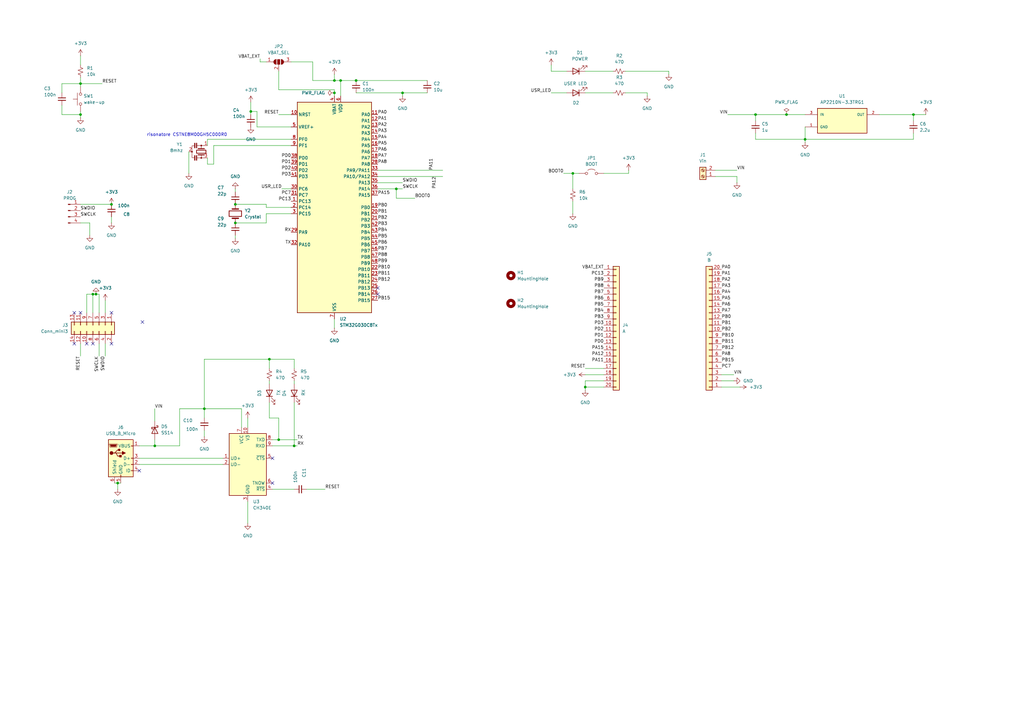
<source format=kicad_sch>
(kicad_sch (version 20250114) (generator "eeschema") (generator_version "9.0")
  (paper "A3")
  (lib_symbols
    (symbol "AP2210N-3.3TRG1:AP2210N-3.3TRG1" (pin_names (offset 1.016))
      (property "Reference" "U" (at -10.16 5.08 0))
      (property "Value" "AP2210N-3.3TRG1" (at -10.16 -7.62 0))
      (symbol "AP2210N-3.3TRG1_0_0"
        (pin power_in line (at -15.24 2.54 0) (length 5.08) (name "IN") (number "3"))
        (pin power_in line (at -15.24 -2.54 0) (length 5.08) (name "GND") (number "1"))
        (pin passive line (at 15.24 2.54 180) (length 5.08) (name "OUT") (number "2"))
      )
    )
    (symbol "Connector:Conn_01x04_Pin" (pin_names (offset 1.016) (hide yes))
      (property "Reference" "J" (at 0 5.08 0))
      (property "Value" "Conn_01x04_Pin" (at 0 -7.62 0))
      (symbol "Conn_01x04_Pin_1_1"
        (pin passive line (at 5.08 2.54 180) (length 3.81) (name "Pin_1") (number "1"))
        (pin passive line (at 5.08 0 180) (length 3.81) (name "Pin_2") (number "2"))
        (pin passive line (at 5.08 -2.54 180) (length 3.81) (name "Pin_3") (number "3"))
        (pin passive line (at 5.08 -5.08 180) (length 3.81) (name "Pin_4") (number "4"))
      )
    )
    (symbol "Connector:Screw_Terminal_01x02" (pin_names (offset 1.016) (hide yes))
      (property "Reference" "J" (at 0 2.54 0))
      (property "Value" "Screw_Terminal_01x02" (at 0 -5.08 0))
      (symbol "Screw_Terminal_01x02_1_1"
        (pin passive line (at -5.08 0 0) (length 3.81) (name "Pin_1") (number "1"))
        (pin passive line (at -5.08 -2.54 0) (length 3.81) (name "Pin_2") (number "2"))
      )
    )
    (symbol "Connector:USB_B_Micro" (pin_names (offset 1.016))
      (property "Reference" "J" (at -5.08 11.43 0))
      (property "Value" "USB_B_Micro" (at -5.08 8.89 0))
      (symbol "USB_B_Micro_1_1"
        (pin passive line (at -2.54 -10.16 90) (length 2.54) (name "Shield") (number "6"))
        (pin power_out line (at 0 -10.16 90) (length 2.54) (name "GND") (number "5"))
        (pin power_out line (at 7.62 5.08 180) (length 2.54) (name "VBUS") (number "1"))
        (pin bidirectional line (at 7.62 0 180) (length 2.54) (name "D+") (number "3"))
        (pin bidirectional line (at 7.62 -2.54 180) (length 2.54) (name "D-") (number "2"))
        (pin passive line (at 7.62 -5.08 180) (length 2.54) (name "ID") (number "4"))
      )
    )
    (symbol "Connector_Generic:Conn_01x20" (pin_names (offset 1.016) (hide yes))
      (property "Reference" "J" (at 0 25.4 0))
      (property "Value" "Conn_01x20" (at 0 -27.94 0))
      (symbol "Conn_01x20_1_1"
        (pin passive line (at -5.08 22.86 0) (length 3.81) (name "Pin_1") (number "1"))
        (pin passive line (at -5.08 20.32 0) (length 3.81) (name "Pin_2") (number "2"))
        (pin passive line (at -5.08 17.78 0) (length 3.81) (name "Pin_3") (number "3"))
        (pin passive line (at -5.08 15.24 0) (length 3.81) (name "Pin_4") (number "4"))
        (pin passive line (at -5.08 12.7 0) (length 3.81) (name "Pin_5") (number "5"))
        (pin passive line (at -5.08 10.16 0) (length 3.81) (name "Pin_6") (number "6"))
        (pin passive line (at -5.08 7.62 0) (length 3.81) (name "Pin_7") (number "7"))
        (pin passive line (at -5.08 5.08 0) (length 3.81) (name "Pin_8") (number "8"))
        (pin passive line (at -5.08 2.54 0) (length 3.81) (name "Pin_9") (number "9"))
        (pin passive line (at -5.08 0 0) (length 3.81) (name "Pin_10") (number "10"))
        (pin passive line (at -5.08 -2.54 0) (length 3.81) (name "Pin_11") (number "11"))
        (pin passive line (at -5.08 -5.08 0) (length 3.81) (name "Pin_12") (number "12"))
        (pin passive line (at -5.08 -7.62 0) (length 3.81) (name "Pin_13") (number "13"))
        (pin passive line (at -5.08 -10.16 0) (length 3.81) (name "Pin_14") (number "14"))
        (pin passive line (at -5.08 -12.7 0) (length 3.81) (name "Pin_15") (number "15"))
        (pin passive line (at -5.08 -15.24 0) (length 3.81) (name "Pin_16") (number "16"))
        (pin passive line (at -5.08 -17.78 0) (length 3.81) (name "Pin_17") (number "17"))
        (pin passive line (at -5.08 -20.32 0) (length 3.81) (name "Pin_18") (number "18"))
        (pin passive line (at -5.08 -22.86 0) (length 3.81) (name "Pin_19") (number "19"))
        (pin passive line (at -5.08 -25.4 0) (length 3.81) (name "Pin_20") (number "20"))
      )
    )
    (symbol "Connector_Generic:Conn_02x07_Odd_Even" (pin_names (offset 1.016) (hide yes))
      (property "Reference" "J" (at 1.27 10.16 0))
      (property "Value" "Conn_02x07_Odd_Even" (at 1.27 -10.16 0))
      (symbol "Conn_02x07_Odd_Even_1_1"
        (pin passive line (at -5.08 7.62 0) (length 3.81) (name "Pin_1") (number "1"))
        (pin passive line (at -5.08 5.08 0) (length 3.81) (name "Pin_3") (number "3"))
        (pin passive line (at -5.08 2.54 0) (length 3.81) (name "Pin_5") (number "5"))
        (pin passive line (at -5.08 0 0) (length 3.81) (name "Pin_7") (number "7"))
        (pin passive line (at -5.08 -2.54 0) (length 3.81) (name "Pin_9") (number "9"))
        (pin passive line (at -5.08 -5.08 0) (length 3.81) (name "Pin_11") (number "11"))
        (pin passive line (at -5.08 -7.62 0) (length 3.81) (name "Pin_13") (number "13"))
        (pin passive line (at 7.62 7.62 180) (length 3.81) (name "Pin_2") (number "2"))
        (pin passive line (at 7.62 5.08 180) (length 3.81) (name "Pin_4") (number "4"))
        (pin passive line (at 7.62 2.54 180) (length 3.81) (name "Pin_6") (number "6"))
        (pin passive line (at 7.62 0 180) (length 3.81) (name "Pin_8") (number "8"))
        (pin passive line (at 7.62 -2.54 180) (length 3.81) (name "Pin_10") (number "10"))
        (pin passive line (at 7.62 -5.08 180) (length 3.81) (name "Pin_12") (number "12"))
        (pin passive line (at 7.62 -7.62 180) (length 3.81) (name "Pin_14") (number "14"))
      )
    )
    (symbol "Device:C_Small" (pin_numbers (hide yes)) (pin_names (offset 0.254) (hide yes))
      (property "Reference" "C" (at 0.254 1.778 0))
      (property "Value" "C_Small" (at 0.254 -2.032 0))
      (symbol "C_Small_1_1"
        (pin passive line (at 0 2.54 270) (length 2.032) (name "~") (number "1"))
        (pin passive line (at 0 -2.54 90) (length 2.032) (name "~") (number "2"))
      )
    )
    (symbol "Device:Crystal" (pin_numbers (hide yes)) (pin_names (offset 1.016) (hide yes))
      (property "Reference" "Y" (at 0 3.81 0))
      (property "Value" "Crystal" (at 0 -3.81 0))
      (symbol "Crystal_1_1"
        (pin passive line (at -3.81 0 0) (length 1.27) (name "1") (number "1"))
        (pin passive line (at 3.81 0 180) (length 1.27) (name "2") (number "2"))
      )
    )
    (symbol "Device:LED" (pin_numbers (hide yes)) (pin_names (offset 1.016) (hide yes))
      (property "Reference" "D" (at 0 2.54 0))
      (property "Value" "LED" (at 0 -2.54 0))
      (symbol "LED_1_1"
        (pin passive line (at -3.81 0 0) (length 2.54) (name "K") (number "1"))
        (pin passive line (at 3.81 0 180) (length 2.54) (name "A") (number "2"))
      )
    )
    (symbol "Device:R_Small_US" (pin_numbers (hide yes)) (pin_names (offset 0.254) (hide yes))
      (property "Reference" "R" (at 0.762 0.508 0))
      (property "Value" "R_Small_US" (at 0.762 -1.016 0))
      (symbol "R_Small_US_1_1"
        (pin passive line (at 0 2.54 270) (length 1.016) (name "~") (number "1"))
        (pin passive line (at 0 -2.54 90) (length 1.016) (name "~") (number "2"))
      )
    )
    (symbol "Device:Resonator_Small" (pin_names (offset 1.016) (hide yes))
      (property "Reference" "Y" (at 3.175 1.905 0))
      (property "Value" "Resonator_Small" (at 3.175 0 0))
      (symbol "Resonator_Small_1_1"
        (pin passive line (at -2.54 2.54 270) (length 1.27) (name "1") (number "1"))
        (pin passive line (at 0 -5.08 90) (length 1.27) (name "2") (number "2"))
        (pin passive line (at 2.54 2.54 270) (length 1.27) (name "3") (number "3"))
      )
    )
    (symbol "Diode:SS14" (pin_numbers (hide yes)) (pin_names (offset 1.016) (hide yes))
      (property "Reference" "D" (at 0 2.54 0))
      (property "Value" "SS14" (at 0 -2.54 0))
      (symbol "SS14_1_1"
        (pin passive line (at -3.81 0 0) (length 2.54) (name "K") (number "1"))
        (pin passive line (at 3.81 0 180) (length 2.54) (name "A") (number "2"))
      )
    )
    (symbol "Interface_USB:CH340E"
      (property "Reference" "U" (at -5.08 13.97 0))
      (property "Value" "CH340E" (at 1.27 13.97 0))
      (symbol "CH340E_1_1"
        (pin bidirectional line (at -10.16 2.54 0) (length 2.54) (name "UD+") (number "1"))
        (pin bidirectional line (at -10.16 0 0) (length 2.54) (name "UD-") (number "2"))
        (pin power_in line (at -2.54 15.24 270) (length 2.54) (name "VCC") (number "7"))
        (pin power_out line (at 0 15.24 270) (length 2.54) (name "V3") (number "10"))
        (pin power_in line (at 0 -15.24 90) (length 2.54) (name "GND") (number "3"))
        (pin output line (at 10.16 10.16 180) (length 2.54) (name "TXD") (number "8"))
        (pin input line (at 10.16 7.62 180) (length 2.54) (name "RXD") (number "9"))
        (pin input line (at 10.16 2.54 180) (length 2.54) (name "~{CTS}") (number "5"))
        (pin output line (at 10.16 -7.62 180) (length 2.54) (name "TNOW") (number "6"))
        (pin output line (at 10.16 -10.16 180) (length 2.54) (name "~{RTS}") (number "4"))
      )
    )
    (symbol "Jumper:Jumper_2_Open" (pin_numbers (hide yes)) (pin_names (offset 0) (hide yes))
      (property "Reference" "JP" (at 0 2.794 0))
      (property "Value" "Jumper_2_Open" (at 0 -2.286 0))
      (symbol "Jumper_2_Open_1_1"
        (pin passive line (at -5.08 0 0) (length 2.54) (name "A") (number "1"))
        (pin passive line (at 5.08 0 180) (length 2.54) (name "B") (number "2"))
      )
    )
    (symbol "Jumper:SolderJumper_3_Open" (pin_names (offset 0) (hide yes)) (in_bom no)
      (property "Reference" "JP" (at -2.54 -2.54 0))
      (property "Value" "SolderJumper_3_Open" (at 0 2.794 0))
      (symbol "SolderJumper_3_Open_1_1"
        (pin passive line (at -5.08 0 0) (length 2.54) (name "A") (number "1"))
        (pin passive line (at 0 -3.81 90) (length 2.54) (name "C") (number "2"))
        (pin passive line (at 5.08 0 180) (length 2.54) (name "B") (number "3"))
      )
    )
    (symbol "MCU_ST_STM32G0:STM32G030C8Tx"
      (property "Reference" "U2" (at 2.1433 -45.72 0))
      (property "Value" "STM32G030C8Tx" (at 2.1433 -48.26 0))
      (symbol "STM32G030C8Tx_1_1"
        (pin input line (at -17.78 38.1 0) (length 2.54) (name "NRST") (number "10"))
        (pin input line (at -17.78 33.02 0) (length 2.54) (name "VREF+") (number "5"))
        (pin bidirectional line (at -17.78 27.94 0) (length 2.54) (name "PF0") (number "8"))
        (pin bidirectional line (at -17.78 25.4 0) (length 2.54) (name "PF1") (number "9"))
        (pin bidirectional line (at -17.78 20.32 0) (length 2.54) (name "PD0") (number "38"))
        (pin bidirectional line (at -17.78 17.78 0) (length 2.54) (name "PD1") (number "39"))
        (pin bidirectional line (at -17.78 15.24 0) (length 2.54) (name "PD2") (number "40"))
        (pin bidirectional line (at -17.78 12.7 0) (length 2.54) (name "PD3") (number "41"))
        (pin bidirectional line (at -17.78 7.62 0) (length 2.54) (name "PC6") (number "30"))
        (pin bidirectional line (at -17.78 5.08 0) (length 2.54) (name "PC7") (number "31"))
        (pin bidirectional line (at -17.78 2.54 0) (length 2.54) (name "PC13") (number "1"))
        (pin bidirectional line (at -17.78 0 0) (length 2.54) (name "PC14") (number "2"))
        (pin bidirectional line (at -17.78 -2.54 0) (length 2.54) (name "PC15") (number "3"))
        (pin bidirectional line (at -17.78 -10.16 0) (length 2.54) (name "PA9") (number "29"))
        (pin bidirectional line (at -17.78 -15.24 0) (length 2.54) (name "PA10") (number "32"))
        (pin no_connect line (at -15.24 -40.64 0) (length 2.54) (hide yes) (name "NC/PA10") (number "32"))
        (pin no_connect line (at -15.24 -43.18 0) (length 2.54) (hide yes) (name "NC/PA9") (number "29"))
        (pin power_in line (at 0 45.72 270) (length 2.54) (name "VBAT") (number "4"))
        (pin power_in line (at 0 -45.72 90) (length 2.54) (name "VSS") (number "7"))
        (pin power_in line (at 2.54 45.72 270) (length 2.54) (name "VDD") (number "6"))
        (pin bidirectional line (at 17.78 38.1 180) (length 2.54) (name "PA0") (number "11"))
        (pin bidirectional line (at 17.78 35.56 180) (length 2.54) (name "PA1") (number "12"))
        (pin bidirectional line (at 17.78 33.02 180) (length 2.54) (name "PA2") (number "13"))
        (pin bidirectional line (at 17.78 30.48 180) (length 2.54) (name "PA3") (number "14"))
        (pin bidirectional line (at 17.78 27.94 180) (length 2.54) (name "PA4") (number "15"))
        (pin bidirectional line (at 17.78 25.4 180) (length 2.54) (name "PA5") (number "16"))
        (pin bidirectional line (at 17.78 22.86 180) (length 2.54) (name "PA6") (number "17"))
        (pin bidirectional line (at 17.78 20.32 180) (length 2.54) (name "PA7") (number "18"))
        (pin bidirectional line (at 17.78 17.78 180) (length 2.54) (name "PA8") (number "28"))
        (pin bidirectional line (at 17.78 15.24 180) (length 2.54) (name "PA9/PA11") (number "33"))
        (pin bidirectional line (at 17.78 12.7 180) (length 2.54) (name "PA10/PA12") (number "34"))
        (pin bidirectional line (at 17.78 10.16 180) (length 2.54) (name "PA13") (number "35"))
        (pin bidirectional line (at 17.78 7.62 180) (length 2.54) (name "PA14") (number "36"))
        (pin bidirectional line (at 17.78 5.08 180) (length 2.54) (name "PA15") (number "37"))
        (pin bidirectional line (at 17.78 0 180) (length 2.54) (name "PB0") (number "19"))
        (pin bidirectional line (at 17.78 -2.54 180) (length 2.54) (name "PB1") (number "20"))
        (pin bidirectional line (at 17.78 -5.08 180) (length 2.54) (name "PB2") (number "21"))
        (pin bidirectional line (at 17.78 -7.62 180) (length 2.54) (name "PB3") (number "42"))
        (pin bidirectional line (at 17.78 -10.16 180) (length 2.54) (name "PB4") (number "43"))
        (pin bidirectional line (at 17.78 -12.7 180) (length 2.54) (name "PB5") (number "44"))
        (pin bidirectional line (at 17.78 -15.24 180) (length 2.54) (name "PB6") (number "45"))
        (pin bidirectional line (at 17.78 -17.78 180) (length 2.54) (name "PB7") (number "46"))
        (pin bidirectional line (at 17.78 -20.32 180) (length 2.54) (name "PB8") (number "47"))
        (pin bidirectional line (at 17.78 -22.86 180) (length 2.54) (name "PB9") (number "48"))
        (pin bidirectional line (at 17.78 -25.4 180) (length 2.54) (name "PB10") (number "22"))
        (pin bidirectional line (at 17.78 -27.94 180) (length 2.54) (name "PB11") (number "23"))
        (pin bidirectional line (at 17.78 -30.48 180) (length 2.54) (name "PB12") (number "24"))
        (pin bidirectional line (at 17.78 -33.02 180) (length 2.54) (name "PB13") (number "25"))
        (pin bidirectional line (at 17.78 -35.56 180) (length 2.54) (name "PB14") (number "26"))
        (pin bidirectional line (at 17.78 -38.1 180) (length 2.54) (name "PB15") (number "27"))
      )
    )
    (symbol "Mechanical:MountingHole" (pin_names (offset 1.016)) (in_bom no)
      (property "Reference" "H" (at 0 5.08 0))
      (property "Value" "MountingHole" (at 0 3.175 0))
    )
    (symbol "Switch:SW_Push" (pin_numbers (hide yes)) (pin_names (offset 1.016) (hide yes))
      (property "Reference" "SW" (at 1.27 2.54 0))
      (property "Value" "SW_Push" (at 0 -1.524 0))
      (symbol "SW_Push_0_1"
        (pin passive line (at -5.08 0 0) (length 2.54) (name "1") (number "1"))
        (pin passive line (at 5.08 0 180) (length 2.54) (name "2") (number "2"))
      )
    )
    (symbol "power:+3V3" (power) (pin_numbers (hide yes)) (pin_names (offset 0) (hide yes))
      (property "Value" "+3V3" (at 0 3.556 0))
      (symbol "+3V3_1_1"
        (pin power_in line (at 0 0 90) (length 0) (name "~") (number "1"))
      )
    )
    (symbol "power:GND" (power) (pin_numbers (hide yes)) (pin_names (offset 0) (hide yes))
      (property "Value" "GND" (at 0 -3.81 0))
      (symbol "GND_1_1"
        (pin power_in line (at 0 0 270) (length 0) (name "~") (number "1"))
      )
    )
    (symbol "power:PWR_FLAG" (power) (pin_numbers (hide yes)) (pin_names (offset 0) (hide yes))
      (property "Value" "PWR_FLAG" (at 0 3.81 0))
      (symbol "PWR_FLAG_0_0"
        (pin power_out line (at 0 0 90) (length 0) (name "~") (number "1"))
      )
    )
  )
  (text "risonatore CSTNE8M00GH5C000R0\n" (at 76.708 55.372 0) (effects (font (size 1.27 1.27))))
  (junction (at 96.52 91.44))
  (junction (at 146.05 33.02))
  (junction (at 309.88 46.99))
  (junction (at 374.65 46.99))
  (junction (at 240.03 158.75))
  (junction (at 48.26 198.12))
  (junction (at 110.49 147.32))
  (junction (at 137.16 38.1))
  (junction (at 33.02 46.99))
  (junction (at 63.5 182.88))
  (junction (at 102.87 45.72))
  (junction (at 120.65 182.88))
  (junction (at 38.1 120.65))
  (junction (at 33.02 34.29))
  (junction (at 137.16 33.02))
  (junction (at 330.2 57.15))
  (junction (at 162.56 77.47))
  (junction (at 39.37 120.65))
  (junction (at 139.7 33.02))
  (junction (at 234.95 71.12))
  (junction (at 165.1 38.1))
  (junction (at 114.3 180.34))
  (junction (at 83.82 167.64))
  (junction (at 322.58 46.99))
  (junction (at 96.52 83.82))
  (junction (at 45.72 83.82))
  (no_connect (at 30.48 140.97))
  (no_connect (at 58.42 132.08))
  (no_connect (at 30.48 128.27))
  (no_connect (at 111.76 187.96))
  (no_connect (at 33.02 128.27))
  (no_connect (at 38.1 140.97))
  (no_connect (at 45.72 140.97))
  (no_connect (at 45.72 128.27))
  (no_connect (at 154.94 120.65))
  (no_connect (at 57.15 193.04))
  (no_connect (at 35.56 140.97))
  (no_connect (at 111.76 198.12))
  (no_connect (at 154.94 118.11))
  (wire (pts (xy 83.82 176.53) (xy 83.82 179.07)))
  (wire (pts (xy 240.03 158.75) (xy 240.03 160.02)))
  (wire (pts (xy 33.02 34.29) (xy 33.02 35.56)))
  (wire (pts (xy 35.56 120.65) (xy 38.1 120.65)))
  (wire (pts (xy 111.76 182.88) (xy 120.65 182.88)))
  (wire (pts (xy 57.15 187.96) (xy 91.44 187.96)))
  (wire (pts (xy 125.73 200.66) (xy 133.35 200.66)))
  (wire (pts (xy 137.16 38.1) (xy 137.16 39.37)))
  (wire (pts (xy 293.37 72.39) (xy 302.26 72.39)))
  (wire (pts (xy 33.02 83.82) (xy 45.72 83.82)))
  (wire (pts (xy 128.27 33.02) (xy 137.16 33.02)))
  (wire (pts (xy 73.66 167.64) (xy 83.82 167.64)))
  (wire (pts (xy 110.49 156.21) (xy 110.49 157.48)))
  (wire (pts (xy 25.4 34.29) (xy 33.02 34.29)))
  (wire (pts (xy 57.15 190.5) (xy 91.44 190.5)))
  (wire (pts (xy 33.02 91.44) (xy 36.83 91.44)))
  (wire (pts (xy 33.02 34.29) (xy 41.91 34.29)))
  (wire (pts (xy 73.66 167.64) (xy 73.66 182.88)))
  (wire (pts (xy 302.26 72.39) (xy 302.26 74.93)))
  (wire (pts (xy 137.16 36.83) (xy 137.16 38.1)))
  (wire (pts (xy 45.72 88.9) (xy 45.72 91.44)))
  (wire (pts (xy 265.43 38.1) (xy 256.54 38.1)))
  (wire (pts (xy 128.27 25.4) (xy 128.27 33.02)))
  (wire (pts (xy 85.09 64.77) (xy 85.09 67.31)))
  (wire (pts (xy 101.6 205.74) (xy 101.6 214.63)))
  (wire (pts (xy 33.02 31.75) (xy 33.02 34.29)))
  (wire (pts (xy 99.06 167.64) (xy 99.06 175.26)))
  (wire (pts (xy 139.7 33.02) (xy 146.05 33.02)))
  (wire (pts (xy 25.4 38.1) (xy 25.4 34.29)))
  (wire (pts (xy 165.1 38.1) (xy 175.26 38.1)))
  (wire (pts (xy 101.6 171.45) (xy 101.6 175.26)))
  (wire (pts (xy 87.63 59.69) (xy 119.38 59.69)))
  (wire (pts (xy 162.56 77.47) (xy 165.1 77.47)))
  (wire (pts (xy 115.57 77.47) (xy 119.38 77.47)))
  (wire (pts (xy 109.22 87.63) (xy 109.22 91.44)))
  (wire (pts (xy 137.16 33.02) (xy 139.7 33.02)))
  (wire (pts (xy 87.63 59.69) (xy 87.63 67.31)))
  (wire (pts (xy 83.82 147.32) (xy 83.82 167.64)))
  (wire (pts (xy 293.37 69.85) (xy 302.26 69.85)))
  (wire (pts (xy 247.65 156.21) (xy 240.03 156.21)))
  (wire (pts (xy 322.58 46.99) (xy 330.2 46.99)))
  (wire (pts (xy 120.65 165.1) (xy 120.65 182.88)))
  (wire (pts (xy 38.1 120.65) (xy 39.37 120.65)))
  (wire (pts (xy 33.02 140.97) (xy 33.02 146.05)))
  (wire (pts (xy 106.68 24.13) (xy 106.68 25.4)))
  (wire (pts (xy 139.7 33.02) (xy 139.7 39.37)))
  (wire (pts (xy 111.76 200.66) (xy 120.65 200.66)))
  (wire (pts (xy 102.87 45.72) (xy 102.87 41.91)))
  (wire (pts (xy 120.65 156.21) (xy 120.65 157.48)))
  (wire (pts (xy 119.38 52.07) (xy 105.41 52.07)))
  (wire (pts (xy 265.43 39.37) (xy 265.43 38.1)))
  (wire (pts (xy 234.95 82.55) (xy 234.95 87.63)))
  (wire (pts (xy 119.38 87.63) (xy 109.22 87.63)))
  (wire (pts (xy 85.09 57.15) (xy 119.38 57.15)))
  (wire (pts (xy 120.65 182.88) (xy 121.92 182.88)))
  (wire (pts (xy 309.88 46.99) (xy 322.58 46.99)))
  (wire (pts (xy 48.26 198.12) (xy 49.53 198.12)))
  (wire (pts (xy 240.03 153.67) (xy 247.65 153.67)))
  (wire (pts (xy 43.18 140.97) (xy 43.18 146.05)))
  (wire (pts (xy 137.16 36.83) (xy 114.3 36.83)))
  (wire (pts (xy 226.06 38.1) (xy 232.41 38.1)))
  (wire (pts (xy 38.1 128.27) (xy 38.1 120.65)))
  (wire (pts (xy 309.88 54.61) (xy 309.88 57.15)))
  (wire (pts (xy 234.95 71.12) (xy 237.49 71.12)))
  (wire (pts (xy 46.99 198.12) (xy 48.26 198.12)))
  (wire (pts (xy 114.3 171.45) (xy 114.3 180.34)))
  (wire (pts (xy 330.2 52.07) (xy 330.2 57.15)))
  (wire (pts (xy 226.06 29.21) (xy 226.06 26.67)))
  (wire (pts (xy 295.91 158.75) (xy 303.53 158.75)))
  (wire (pts (xy 295.91 156.21) (xy 300.99 156.21)))
  (wire (pts (xy 162.56 81.28) (xy 170.18 81.28)))
  (wire (pts (xy 309.88 46.99) (xy 309.88 49.53)))
  (wire (pts (xy 110.49 165.1) (xy 110.49 171.45)))
  (wire (pts (xy 330.2 57.15) (xy 330.2 58.42)))
  (wire (pts (xy 114.3 36.83) (xy 114.3 29.21)))
  (wire (pts (xy 102.87 45.72) (xy 102.87 46.99)))
  (wire (pts (xy 165.1 38.1) (xy 165.1 39.37)))
  (wire (pts (xy 162.56 77.47) (xy 162.56 81.28)))
  (wire (pts (xy 374.65 46.99) (xy 379.73 46.99)))
  (wire (pts (xy 110.49 171.45) (xy 114.3 171.45)))
  (wire (pts (xy 114.3 180.34) (xy 121.92 180.34)))
  (wire (pts (xy 57.15 182.88) (xy 63.5 182.88)))
  (wire (pts (xy 146.05 33.02) (xy 175.26 33.02)))
  (wire (pts (xy 146.05 38.1) (xy 165.1 38.1)))
  (wire (pts (xy 40.64 140.97) (xy 40.64 146.05)))
  (wire (pts (xy 330.2 57.15) (xy 374.65 57.15)))
  (wire (pts (xy 33.02 45.72) (xy 33.02 46.99)))
  (wire (pts (xy 309.88 57.15) (xy 330.2 57.15)))
  (wire (pts (xy 120.65 147.32) (xy 120.65 151.13)))
  (wire (pts (xy 48.26 198.12) (xy 48.26 200.66)))
  (wire (pts (xy 154.94 69.85) (xy 181.61 69.85)))
  (wire (pts (xy 109.22 85.09) (xy 109.22 83.82)))
  (wire (pts (xy 43.18 123.19) (xy 43.18 128.27)))
  (wire (pts (xy 240.03 151.13) (xy 247.65 151.13)))
  (wire (pts (xy 110.49 147.32) (xy 120.65 147.32)))
  (wire (pts (xy 114.3 46.99) (xy 119.38 46.99)))
  (wire (pts (xy 87.63 67.31) (xy 85.09 67.31)))
  (wire (pts (xy 257.81 71.12) (xy 257.81 69.85)))
  (wire (pts (xy 85.09 57.15) (xy 85.09 59.69)))
  (wire (pts (xy 137.16 30.48) (xy 137.16 33.02)))
  (wire (pts (xy 35.56 128.27) (xy 35.56 120.65)))
  (wire (pts (xy 298.45 46.99) (xy 309.88 46.99)))
  (wire (pts (xy 25.4 46.99) (xy 25.4 43.18)))
  (wire (pts (xy 240.03 38.1) (xy 251.46 38.1)))
  (wire (pts (xy 40.64 120.65) (xy 40.64 128.27)))
  (wire (pts (xy 256.54 29.21) (xy 274.32 29.21)))
  (wire (pts (xy 110.49 151.13) (xy 110.49 147.32)))
  (wire (pts (xy 83.82 167.64) (xy 99.06 167.64)))
  (wire (pts (xy 63.5 167.64) (xy 63.5 172.72)))
  (wire (pts (xy 110.49 147.32) (xy 83.82 147.32)))
  (wire (pts (xy 33.02 46.99) (xy 33.02 48.26)))
  (wire (pts (xy 109.22 83.82) (xy 96.52 83.82)))
  (wire (pts (xy 295.91 153.67) (xy 300.99 153.67)))
  (wire (pts (xy 105.41 52.07) (xy 105.41 45.72)))
  (wire (pts (xy 63.5 182.88) (xy 63.5 180.34)))
  (wire (pts (xy 77.47 62.23) (xy 77.47 71.12)))
  (wire (pts (xy 374.65 46.99) (xy 374.65 49.53)))
  (wire (pts (xy 232.41 29.21) (xy 226.06 29.21)))
  (wire (pts (xy 240.03 29.21) (xy 251.46 29.21)))
  (wire (pts (xy 40.64 120.65) (xy 39.37 120.65)))
  (wire (pts (xy 274.32 29.21) (xy 274.32 30.48)))
  (wire (pts (xy 231.14 71.12) (xy 234.95 71.12)))
  (wire (pts (xy 109.22 25.4) (xy 106.68 25.4)))
  (wire (pts (xy 111.76 180.34) (xy 114.3 180.34)))
  (wire (pts (xy 96.52 77.47) (xy 96.52 78.74)))
  (wire (pts (xy 33.02 46.99) (xy 25.4 46.99)))
  (wire (pts (xy 83.82 167.64) (xy 83.82 171.45)))
  (wire (pts (xy 240.03 158.75) (xy 247.65 158.75)))
  (wire (pts (xy 360.68 46.99) (xy 374.65 46.99)))
  (wire (pts (xy 154.94 72.39) (xy 181.61 72.39)))
  (wire (pts (xy 36.83 91.44) (xy 36.83 96.52)))
  (wire (pts (xy 96.52 96.52) (xy 96.52 97.79)))
  (wire (pts (xy 105.41 45.72) (xy 102.87 45.72)))
  (wire (pts (xy 154.94 74.93) (xy 165.1 74.93)))
  (wire (pts (xy 119.38 25.4) (xy 128.27 25.4)))
  (wire (pts (xy 137.16 130.81) (xy 137.16 134.62)))
  (wire (pts (xy 73.66 182.88) (xy 63.5 182.88)))
  (wire (pts (xy 109.22 91.44) (xy 96.52 91.44)))
  (wire (pts (xy 240.03 156.21) (xy 240.03 158.75)))
  (wire (pts (xy 247.65 71.12) (xy 257.81 71.12)))
  (wire (pts (xy 154.94 77.47) (xy 162.56 77.47)))
  (wire (pts (xy 374.65 57.15) (xy 374.65 54.61)))
  (wire (pts (xy 33.02 22.86) (xy 33.02 26.67)))
  (wire (pts (xy 119.38 85.09) (xy 109.22 85.09)))
  (wire (pts (xy 234.95 71.12) (xy 234.95 77.47)))
  (label "RESET" (at 114.3 46.99 180))
  (label "PA8" (at 295.91 146.05 0))
  (label "PA8" (at 154.94 67.31 0))
  (label "VBAT_EXT" (at 247.65 110.49 180))
  (label "PA5" (at 154.94 59.69 0))
  (label "PB10" (at 295.91 138.43 0))
  (label "PD0" (at 247.65 140.97 180))
  (label "PC7" (at 295.91 151.13 0))
  (label "PA15" (at 247.65 143.51 180))
  (label "PA4" (at 154.94 57.15 0))
  (label "PB11" (at 295.91 140.97 0))
  (label "USR_LED" (at 226.06 38.1 180))
  (label "PC13" (at 247.65 113.03 180))
  (label "PD0" (at 119.38 64.77 180))
  (label "PC13" (at 119.38 82.55 180))
  (label "PB15" (at 154.94 123.19 0))
  (label "PA15" (at 154.94 80.01 0))
  (label "RX" (at 119.38 95.25 180))
  (label "PB9" (at 247.65 115.57 180))
  (label "SWCLK" (at 40.64 146.05 270))
  (label "PA0" (at 154.94 46.99 0))
  (label "VIN" (at 63.5 167.64 0))
  (label "PA11" (at 247.65 148.59 180))
  (label "PD1" (at 119.38 67.31 180))
  (label "PA11" (at 177.8 69.85 90))
  (label "VIN" (at 302.26 69.85 0))
  (label "PA4" (at 295.91 120.65 0))
  (label "PD2" (at 247.65 135.89 180))
  (label "PB8" (at 247.65 118.11 180))
  (label "PA6" (at 295.91 125.73 0))
  (label "PB0" (at 154.94 85.09 0))
  (label "PA1" (at 154.94 49.53 0))
  (label "PA1" (at 295.91 113.03 0))
  (label "PA3" (at 154.94 54.61 0))
  (label "PB5" (at 154.94 97.79 0))
  (label "PB4" (at 247.65 128.27 180))
  (label "RX" (at 121.92 182.88 0))
  (label "PB1" (at 154.94 87.63 0))
  (label "PA7" (at 154.94 64.77 0))
  (label "PA12" (at 247.65 146.05 180))
  (label "PB12" (at 154.94 115.57 0))
  (label "PB3" (at 154.94 92.71 0))
  (label "PD2" (at 119.38 69.85 180))
  (label "TX" (at 121.92 180.34 0))
  (label "PB0" (at 295.91 130.81 0))
  (label "TX" (at 119.38 100.33 180))
  (label "PC7" (at 119.38 80.01 180))
  (label "PB5" (at 247.65 125.73 180))
  (label "PD3" (at 247.65 133.35 180))
  (label "SWDIO" (at 165.1 74.93 0))
  (label "PB12" (at 295.91 143.51 0))
  (label "BOOT0" (at 170.18 81.28 0))
  (label "PA7" (at 295.91 128.27 0))
  (label "PB9" (at 154.94 107.95 0))
  (label "PB10" (at 154.94 110.49 0))
  (label "PA0" (at 295.91 110.49 0))
  (label "PA2" (at 295.91 115.57 0))
  (label "RESET" (at 240.03 151.13 180))
  (label "RESET" (at 133.35 200.66 0))
  (label "SWCLK" (at 33.02 88.9 0))
  (label "RESET" (at 41.91 34.29 0))
  (label "PA12" (at 179.07 72.39 270))
  (label "PB7" (at 247.65 120.65 180))
  (label "SWDIO" (at 33.02 86.36 0))
  (label "USR_LED" (at 115.57 77.47 180))
  (label "PA6" (at 154.94 62.23 0))
  (label "SWCLK" (at 165.1 77.47 0))
  (label "PA2" (at 154.94 52.07 0))
  (label "VIN" (at 300.99 153.67 0))
  (label "PB2" (at 295.91 135.89 0))
  (label "PB2" (at 154.94 90.17 0))
  (label "PD1" (at 247.65 138.43 180))
  (label "SWDIO" (at 43.18 146.05 270))
  (label "PB4" (at 154.94 95.25 0))
  (label "PB1" (at 295.91 133.35 0))
  (label "PB8" (at 154.94 105.41 0))
  (label "VIN" (at 298.45 46.99 180))
  (label "PA3" (at 295.91 118.11 0))
  (label "PB6" (at 247.65 123.19 180))
  (label "PD3" (at 119.38 72.39 180))
  (label "PB7" (at 154.94 102.87 0))
  (label "VBAT_EXT" (at 106.68 24.13 180))
  (label "PB15" (at 295.91 148.59 0))
  (label "PB3" (at 247.65 130.81 180))
  (label "PB11" (at 154.94 113.03 0))
  (label "BOOT0" (at 231.14 71.12 180))
  (label "PA5" (at 295.91 123.19 0))
  (label "RESET" (at 33.02 146.05 270))
  (label "PB6" (at 154.94 100.33 0))
  (symbol (lib_id "power:GND") (at 274.32 30.48 0) (unit 1)
    (property "Reference" "#PWR04" (effects (hide yes)))
    (property "Value" "GND" (at 274.32 35.56 0))
    (property "Description" "Power symbol creates a global label with name \"GND\" , ground" (effects (hide yes)))
  )
  (symbol (lib_id "Device:R_Small_US") (at 120.65 153.67 0) (unit 1)
    (property "Reference" "R5" (at 123.19 152.3999 0) (effects (justify left)))
    (property "Value" "470" (at 123.19 154.9399 0) (effects (justify left)))
    (property "Footprint" "Resistor_SMD:R_0603_1608Metric" (effects (hide yes)))
    (property "Description" "Resistor, small US symbol" (effects (hide yes)))
  )
  (symbol (lib_id "Device:Crystal") (at 96.52 87.63 90) (unit 1)
    (property "Reference" "Y2" (at 100.33 86.3599 90) (effects (justify right)))
    (property "Value" "Crystal" (at 100.33 88.8999 90) (effects (justify right)))
    (property "Footprint" "ABS09_32_768KHZ_T:XTAL_ABS09-32.768KHZ-T" (effects (hide yes)))
    (property "Description" "Two pin crystal" (effects (hide yes)))
  )
  (symbol (lib_id "power:+3V3") (at 43.18 123.19 0) (unit 1)
    (property "Reference" "#PWR021" (effects (hide yes)))
    (property "Value" "+3V3" (at 43.18 118.11 0))
    (property "Description" "Power symbol creates a global label with name \"+3V3\"" (effects (hide yes)))
  )
  (symbol (lib_id "power:GND") (at 300.99 156.21 90) (unit 1)
    (property "Reference" "#PWR024" (effects (hide yes)))
    (property "Value" "GND" (at 304.8 156.2099 90) (effects (justify right)))
    (property "Description" "Power symbol creates a global label with name \"GND\" , ground" (effects (hide yes)))
  )
  (symbol (lib_id "Device:LED") (at 110.49 161.29 90) (unit 1)
    (property "Reference" "D3" (at 106.426 161.29 0))
    (property "Value" "TX" (at 114.3 161.036 0))
    (property "Footprint" "LED_SMD:LED_0603_1608Metric" (effects (hide yes)))
    (property "Description" "Light emitting diode" (effects (hide yes)))
    (property "Sim.Pins" "1=K 2=A" (effects (hide yes)))
  )
  (symbol (lib_id "power:GND") (at 45.72 91.44 0) (unit 1)
    (property "Reference" "#PWR017" (effects (hide yes)))
    (property "Value" "GND" (at 45.72 96.52 0))
    (property "Description" "Power symbol creates a global label with name \"GND\" , ground" (effects (hide yes)))
  )
  (symbol (lib_id "power:GND") (at 240.03 160.02 0) (unit 1)
    (property "Reference" "#PWR026" (effects (hide yes)))
    (property "Value" "GND" (at 240.03 165.1 0))
    (property "Description" "Power symbol creates a global label with name \"GND\" , ground" (effects (hide yes)))
  )
  (symbol (lib_id "power:GND") (at 77.47 71.12 0) (unit 1)
    (property "Reference" "#PWR013" (effects (hide yes)))
    (property "Value" "GND" (at 77.47 76.2 0))
    (property "Description" "Power symbol creates a global label with name \"GND\" , ground" (effects (hide yes)))
  )
  (symbol (lib_id "power:+3V3") (at 257.81 69.85 0) (unit 1)
    (property "Reference" "#PWR012" (effects (hide yes)))
    (property "Value" "+3V3" (at 257.81 64.77 0))
    (property "Description" "Power symbol creates a global label with name \"+3V3\"" (effects (hide yes)))
  )
  (symbol (lib_id "Device:C_Small") (at 146.05 35.56 0) (unit 1)
    (property "Reference" "C1" (at 148.59 34.2962 0) (effects (justify left)))
    (property "Value" "100n" (at 148.59 36.8362 0) (effects (justify left)))
    (property "Footprint" "Capacitor_SMD:C_0603_1608Metric" (effects (hide yes)))
    (property "Description" "Unpolarized capacitor, small symbol" (effects (hide yes)))
  )
  (symbol (lib_id "Device:R_Small_US") (at 254 38.1 90) (unit 1)
    (property "Reference" "R3" (at 254 31.75 90))
    (property "Value" "470" (at 254 34.29 90))
    (property "Footprint" "Resistor_SMD:R_0603_1608Metric" (effects (hide yes)))
    (property "Description" "Resistor, small US symbol" (effects (hide yes)))
  )
  (symbol (lib_id "MCU_ST_STM32G0:STM32G030C8Tx") (at 137.16 85.09 0) (unit 1)
    (property "Reference" "U2" (at 139.3033 130.81 0) (effects (justify left)))
    (property "Value" "STM32G030C8Tx" (at 139.3033 133.35 0) (effects (justify left)))
    (property "Footprint" "Package_QFP:LQFP-48_7x7mm_P0.5mm" (effects (hide yes)))
    (property "Datasheet" "https://www.st.com/resource/en/datasheet/stm32g030c8.pdf" (effects (hide yes)))
    (property "Description" "STMicroelectronics Arm Cortex-M0+ MCU, 64KB flash, 8KB RAM, 64 MHz, 2.0-3.6V, 43 GPIO, LQFP48" (effects (hide yes)))
  )
  (symbol (lib_id "power:+3V3") (at 45.72 83.82 0) (unit 1)
    (property "Reference" "#PWR016" (effects (hide yes)))
    (property "Value" "+3V3" (at 45.72 78.74 0))
    (property "Description" "Power symbol creates a global label with name \"+3V3\"" (effects (hide yes)))
  )
  (symbol (lib_id "Device:C_Small") (at 45.72 86.36 0) (unit 1)
    (property "Reference" "C8" (at 50.546 87.884 0) (effects (justify left)))
    (property "Value" "100n" (at 48.26 84.328 0) (effects (justify left)))
    (property "Footprint" "Capacitor_SMD:C_0603_1608Metric" (effects (hide yes)))
    (property "Description" "Unpolarized capacitor, small symbol" (effects (hide yes)))
  )
  (symbol (lib_id "Connector_Generic:Conn_01x20") (at 252.73 133.35 0) (unit 1)
    (property "Reference" "J4" (at 255.27 133.3499 0) (effects (justify left)))
    (property "Value" "A" (at 255.27 135.8899 0) (effects (justify left)))
    (property "Footprint" "Connector_PinHeader_2.54mm:PinHeader_1x20_P2.54mm_Vertical" (effects (hide yes)))
    (property "Description" "Generic connector, single row, 01x20, script generated (kicad-library-utils/schlib/autogen/connector/)" (effects (hide yes)))
  )
  (symbol (lib_id "Connector:USB_B_Micro") (at 49.53 187.96 0) (unit 1)
    (property "Reference" "J6" (at 49.53 175.26 0))
    (property "Value" "USB_B_Micro" (at 49.53 177.8 0))
    (property "Footprint" "Connector_USB:USB_Micro-B_Molex-105017-0001" (effects (hide yes)))
    (property "Description" "USB Micro Type B connector" (effects (hide yes)))
  )
  (symbol (lib_id "power:+3V3") (at 379.73 46.99 0) (unit 1)
    (property "Reference" "#PWR08" (effects (hide yes)))
    (property "Value" "+3V3" (at 379.73 41.91 0))
    (property "Description" "Power symbol creates a global label with name \"+3V3\"" (effects (hide yes)))
  )
  (symbol (lib_id "power:GND") (at 39.37 120.65 180) (unit 1)
    (property "Reference" "#PWR020" (effects (hide yes)))
    (property "Value" "GND" (at 39.37 115.57 0))
    (property "Description" "Power symbol creates a global label with name \"GND\" , ground" (effects (hide yes)))
  )
  (symbol (lib_id "Device:R_Small_US") (at 110.49 153.67 0) (unit 1)
    (property "Reference" "R4" (at 113.03 152.3999 0) (effects (justify left)))
    (property "Value" "470" (at 113.03 154.9399 0) (effects (justify left)))
    (property "Footprint" "Resistor_SMD:R_0603_1608Metric" (effects (hide yes)))
    (property "Description" "Resistor, small US symbol" (effects (hide yes)))
  )
  (symbol (lib_id "power:GND") (at 137.16 134.62 0) (unit 1)
    (property "Reference" "#PWR022" (effects (hide yes)))
    (property "Value" "GND" (at 137.16 139.7 0))
    (property "Description" "Power symbol creates a global label with name \"GND\" , ground" (effects (hide yes)))
  )
  (symbol (lib_id "power:GND") (at 330.2 58.42 0) (unit 1)
    (property "Reference" "#PWR011" (effects (hide yes)))
    (property "Value" "GND" (at 330.2 63.5 0))
    (property "Description" "Power symbol creates a global label with name \"GND\" , ground" (effects (hide yes)))
  )
  (symbol (lib_id "power:+3V3") (at 102.87 41.91 0) (unit 1)
    (property "Reference" "#PWR07" (effects (hide yes)))
    (property "Value" "+3V3" (at 102.87 36.83 0))
    (property "Description" "Power symbol creates a global label with name \"+3V3\"" (effects (hide yes)))
  )
  (symbol (lib_id "Connector:Conn_01x04_Pin") (at 27.94 86.36 0) (unit 1)
    (property "Reference" "J2" (at 28.575 78.74 0))
    (property "Value" "PROG" (at 28.575 81.28 0))
    (property "Footprint" "Connector_PinHeader_2.00mm:PinHeader_1x04_P2.00mm_Vertical" (effects (hide yes)))
    (property "Description" "Generic connector, single row, 01x04, script generated" (effects (hide yes)))
  )
  (symbol (lib_id "power:GND") (at 101.6 214.63 0) (unit 1)
    (property "Reference" "#PWR030" (effects (hide yes)))
    (property "Value" "GND" (at 101.6 219.71 0))
    (property "Description" "Power symbol creates a global label with name \"GND\" , ground" (effects (hide yes)))
  )
  (symbol (lib_id "Device:LED") (at 120.65 161.29 90) (unit 1)
    (property "Reference" "D4" (at 116.586 161.29 0))
    (property "Value" "RX" (at 124.46 161.036 0))
    (property "Footprint" "LED_SMD:LED_0603_1608Metric" (effects (hide yes)))
    (property "Description" "Light emitting diode" (effects (hide yes)))
    (property "Sim.Pins" "1=K 2=A" (effects (hide yes)))
  )
  (symbol (lib_id "power:GND") (at 96.52 77.47 180) (unit 1)
    (property "Reference" "#PWR015" (effects (hide yes)))
    (property "Value" "GND" (at 96.52 72.39 0))
    (property "Description" "Power symbol creates a global label with name \"GND\" , ground" (effects (hide yes)))
  )
  (symbol (lib_id "Connector_Generic:Conn_02x07_Odd_Even") (at 38.1 133.35 270) (unit 1)
    (property "Reference" "J3" (at 27.94 133.3499 90) (effects (justify right)))
    (property "Value" "Conn_mini3" (at 27.94 135.8899 90) (effects (justify right)))
    (property "Footprint" "Connector_PinHeader_1.27mm:PinHeader_2x07_P1.27mm_Vertical" (effects (hide yes)))
    (property "Description" "Generic connector, double row, 02x07, odd/even pin numbering scheme (row 1 odd numbers, row 2 even numbers), script generated (kicad-library-utils/schlib/autogen/connector/)" (effects (hide yes)))
  )
  (symbol (lib_id "power:PWR_FLAG") (at 322.58 46.99 0) (unit 1)
    (property "Reference" "#FLG02" (effects (hide yes)))
    (property "Value" "PWR_FLAG" (at 322.58 41.91 0))
    (property "Description" "Special symbol for telling ERC where power comes from" (effects (hide yes)))
  )
  (symbol (lib_id "Device:R_Small_US") (at 33.02 29.21 0) (unit 1)
    (property "Reference" "R1" (at 35.56 27.9399 0) (effects (justify left)))
    (property "Value" "10k" (at 35.56 30.4799 0) (effects (justify left)))
    (property "Footprint" "Resistor_SMD:R_0603_1608Metric" (effects (hide yes)))
    (property "Description" "Resistor, small US symbol" (effects (hide yes)))
  )
  (symbol (lib_id "Device:C_Small") (at 374.65 52.07 0) (unit 1)
    (property "Reference" "C6" (at 377.19 50.8062 0) (effects (justify left)))
    (property "Value" "2.2u" (at 377.19 53.3462 0) (effects (justify left)))
    (property "Footprint" "Capacitor_SMD:C_0603_1608Metric" (effects (hide yes)))
    (property "Description" "Unpolarized capacitor, small symbol" (effects (hide yes)))
  )
  (symbol (lib_id "Mechanical:MountingHole") (at 209.55 124.46 0) (unit 1) (in_bom no)
    (property "Reference" "H2" (at 212.09 123.1899 0) (effects (justify left)))
    (property "Value" "MountingHole" (at 212.09 125.7299 0) (effects (justify left)))
    (property "Footprint" "MountingHole:MountingHole_2.2mm_M2_ISO14580" (effects (hide yes)))
    (property "Description" "Mounting Hole without connection" (effects (hide yes)))
  )
  (symbol (lib_id "Device:C_Small") (at 123.19 200.66 90) (unit 1)
    (property "Reference" "C11" (at 124.714 195.834 0) (effects (justify left)))
    (property "Value" "100n" (at 121.158 198.12 0) (effects (justify left)))
    (property "Footprint" "Capacitor_SMD:C_0603_1608Metric" (effects (hide yes)))
    (property "Description" "Unpolarized capacitor, small symbol" (effects (hide yes)))
  )
  (symbol (lib_id "power:GND") (at 36.83 96.52 0) (unit 1)
    (property "Reference" "#PWR018" (effects (hide yes)))
    (property "Value" "GND" (at 36.83 101.6 0))
    (property "Description" "Power symbol creates a global label with name \"GND\" , ground" (effects (hide yes)))
  )
  (symbol (lib_id "power:+3V3") (at 137.16 30.48 0) (unit 1)
    (property "Reference" "#PWR03" (effects (hide yes)))
    (property "Value" "+3V3" (at 137.16 25.4 0))
    (property "Description" "Power symbol creates a global label with name \"+3V3\"" (effects (hide yes)))
  )
  (symbol (lib_id "Device:C_Small") (at 83.82 173.99 180) (unit 1)
    (property "Reference" "C10" (at 78.994 172.466 0) (effects (justify left)))
    (property "Value" "100n" (at 81.28 176.022 0) (effects (justify left)))
    (property "Footprint" "Capacitor_SMD:C_0603_1608Metric" (effects (hide yes)))
    (property "Description" "Unpolarized capacitor, small symbol" (effects (hide yes)))
  )
  (symbol (lib_id "Switch:SW_Push") (at 33.02 40.64 90) (unit 1)
    (property "Reference" "SW1" (at 34.29 39.3699 90) (effects (justify right)))
    (property "Value" "wake-up" (at 34.29 41.9099 90) (effects (justify right)))
    (property "Footprint" "Button_Switch_SMD:SW_Tactile_SPST_NO_Straight_CK_PTS636Sx25SMTRLFS" (effects (hide yes)))
    (property "Description" "Push button switch, generic, two pins" (effects (hide yes)))
  )
  (symbol (lib_id "Device:R_Small_US") (at 234.95 80.01 180) (unit 1)
    (property "Reference" "R6" (at 237.49 78.7399 0) (effects (justify right)))
    (property "Value" "10k" (at 237.49 81.2799 0) (effects (justify right)))
    (property "Footprint" "Resistor_SMD:R_0603_1608Metric" (effects (hide yes)))
    (property "Description" "Resistor, small US symbol" (effects (hide yes)))
  )
  (symbol (lib_id "Device:C_Small") (at 96.52 81.28 0) (unit 1)
    (property "Reference" "C7" (at 89.154 76.962 0) (effects (justify left)))
    (property "Value" "22p" (at 89.154 79.502 0) (effects (justify left)))
    (property "Footprint" "Capacitor_SMD:C_0603_1608Metric" (effects (hide yes)))
    (property "Description" "Unpolarized capacitor, small symbol" (effects (hide yes)))
  )
  (symbol (lib_id "Device:C_Small") (at 102.87 49.53 0) (unit 1)
    (property "Reference" "C4" (at 95.504 45.212 0) (effects (justify left)))
    (property "Value" "100n" (at 95.504 47.752 0) (effects (justify left)))
    (property "Footprint" "Capacitor_SMD:C_0603_1608Metric" (effects (hide yes)))
    (property "Description" "Unpolarized capacitor, small symbol" (effects (hide yes)))
  )
  (symbol (lib_id "Interface_USB:CH340E") (at 101.6 190.5 0) (unit 1)
    (property "Reference" "U3" (at 103.7433 205.74 0) (effects (justify left)))
    (property "Value" "CH340E" (at 103.7433 208.28 0) (effects (justify left)))
    (property "Footprint" "Package_SO:MSOP-10_3x3mm_P0.5mm" (effects (hide yes)))
    (property "Datasheet" "https://www.mpja.com/download/35227cpdata.pdf" (effects (hide yes)))
    (property "Description" "USB serial converter, UART, MSOP-10" (effects (hide yes)))
  )
  (symbol (lib_id "power:GND") (at 48.26 200.66 0) (unit 1)
    (property "Reference" "#PWR029" (effects (hide yes)))
    (property "Value" "GND" (at 48.26 205.74 0))
    (property "Description" "Power symbol creates a global label with name \"GND\" , ground" (effects (hide yes)))
  )
  (symbol (lib_id "AP2210N-3.3TRG1:AP2210N-3.3TRG1") (at 345.44 49.53 0) (unit 1)
    (property "Reference" "U1" (at 345.44 39.37 0))
    (property "Value" "AP2210N-3.3TRG1" (at 345.44 41.91 0))
    (property "Footprint" "AP2210N-3:AP2210N-3.3TRG1" (effects (hide yes)))
    (property "MF" "Diodes Inc." (effects (hide yes)))
    (property "ASSEMBLY" "SMD" (effects (hide yes)))
    (property "Description_1" "Voltage Regulators, LDO, 300mA CMOS LDO 3.3V 250mV | Diodes Inc AP2210N-3.3TRG1" (effects (hide yes)))
    (property "Package" "SOT-23-3 Diodes Inc." (effects (hide yes)))
    (property "MPN" "AP2210N-3.3TRG1" (effects (hide yes)))
    (property "Price" "None" (effects (hide yes)))
    (property "SnapEDA_Link" "https://www.snapeda.com/parts/AP2210N-3.3TRG1/Diodes+Inc./view-part/?ref=snap" (effects (hide yes)))
    (property "MP" "AP2210N-3.3TRG1" (effects (hide yes)))
    (property "Availability" "In Stock" (effects (hide yes)))
    (property "Check_prices" "https://www.snapeda.com/parts/AP2210N-3.3TRG1/Diodes+Inc./view-part/?ref=eda" (effects (hide yes)))
  )
  (symbol (lib_id "power:PWR_FLAG") (at 137.16 38.1 90) (unit 1)
    (property "Reference" "#FLG01" (effects (hide yes)))
    (property "Value" "PWR_FLAG" (at 133.35 38.0999 90) (effects (justify left)))
    (property "Description" "Special symbol for telling ERC where power comes from" (effects (hide yes)))
  )
  (symbol (lib_id "Mechanical:MountingHole") (at 209.55 113.03 0) (unit 1) (in_bom no)
    (property "Reference" "H1" (at 212.09 111.7599 0) (effects (justify left)))
    (property "Value" "MountingHole" (at 212.09 114.2999 0) (effects (justify left)))
    (property "Footprint" "MountingHole:MountingHole_2.2mm_M2_ISO14580" (effects (hide yes)))
    (property "Description" "Mounting Hole without connection" (effects (hide yes)))
  )
  (symbol (lib_id "power:GND") (at 234.95 87.63 0) (unit 1)
    (property "Reference" "#PWR031" (effects (hide yes)))
    (property "Value" "GND" (at 234.95 92.71 0))
    (property "Description" "Power symbol creates a global label with name \"GND\" , ground" (effects (hide yes)))
  )
  (symbol (lib_id "Connector_Generic:Conn_01x20") (at 290.83 135.89 180) (unit 1)
    (property "Reference" "J5" (at 290.83 104.14 0))
    (property "Value" "B" (at 290.83 106.68 0))
    (property "Footprint" "Connector_PinHeader_2.54mm:PinHeader_1x20_P2.54mm_Vertical" (effects (hide yes)))
    (property "Description" "Generic connector, single row, 01x20, script generated (kicad-library-utils/schlib/autogen/connector/)" (effects (hide yes)))
  )
  (symbol (lib_id "power:GND") (at 165.1 39.37 0) (unit 1)
    (property "Reference" "#PWR05" (effects (hide yes)))
    (property "Value" "GND" (at 165.1 44.45 0))
    (property "Description" "Power symbol creates a global label with name \"GND\" , ground" (effects (hide yes)))
  )
  (symbol (lib_id "Device:C_Small") (at 25.4 40.64 0) (unit 1)
    (property "Reference" "C3" (at 18.034 36.322 0) (effects (justify left)))
    (property "Value" "100n" (at 18.034 38.862 0) (effects (justify left)))
    (property "Footprint" "Capacitor_SMD:C_0603_1608Metric" (effects (hide yes)))
    (property "Description" "Unpolarized capacitor, small symbol" (effects (hide yes)))
  )
  (symbol (lib_id "Device:C_Small") (at 175.26 35.56 0) (unit 1)
    (property "Reference" "C2" (at 177.8 34.2962 0) (effects (justify left)))
    (property "Value" "10u" (at 177.8 36.8362 0) (effects (justify left)))
    (property "Footprint" "Capacitor_SMD:C_0603_1608Metric" (effects (hide yes)))
    (property "Description" "Unpolarized capacitor, small symbol" (effects (hide yes)))
  )
  (symbol (lib_id "power:GND") (at 83.82 179.07 0) (unit 1)
    (property "Reference" "#PWR028" (effects (hide yes)))
    (property "Value" "GND" (at 83.82 184.15 0))
    (property "Description" "Power symbol creates a global label with name \"GND\" , ground" (effects (hide yes)))
  )
  (symbol (lib_id "power:+3V3") (at 101.6 171.45 0) (unit 1)
    (property "Reference" "#PWR027" (effects (hide yes)))
    (property "Value" "+3V3" (at 101.6 166.37 0))
    (property "Description" "Power symbol creates a global label with name \"+3V3\"" (effects (hide yes)))
  )
  (symbol (lib_id "Connector:Screw_Terminal_01x02") (at 288.29 72.39 180) (unit 1)
    (property "Reference" "J1" (at 288.29 63.5 0))
    (property "Value" "Vin" (at 288.29 66.04 0))
    (property "Footprint" "TB002_500_02BE:CUI_TB002-500-02BE" (effects (hide yes)))
    (property "Description" "Generic screw terminal, single row, 01x02, script generated (kicad-library-utils/schlib/autogen/connector/)" (effects (hide yes)))
  )
  (symbol (lib_id "power:+3V3") (at 303.53 158.75 270) (unit 1)
    (property "Reference" "#PWR025" (effects (hide yes)))
    (property "Value" "+3V3" (at 307.34 158.7499 90) (effects (justify left)))
    (property "Description" "Power symbol creates a global label with name \"+3V3\"" (effects (hide yes)))
  )
  (symbol (lib_id "power:+3V3") (at 33.02 22.86 0) (unit 1)
    (property "Reference" "#PWR01" (effects (hide yes)))
    (property "Value" "+3V3" (at 33.02 17.78 0))
    (property "Description" "Power symbol creates a global label with name \"+3V3\"" (effects (hide yes)))
  )
  (symbol (lib_id "Jumper:SolderJumper_3_Open") (at 114.3 25.4 0) (unit 1) (in_bom no)
    (property "Reference" "JP2" (at 114.3 19.05 0))
    (property "Value" "VBAT_SEL" (at 114.3 21.59 0))
    (property "Footprint" "Jumper:SolderJumper-3_P1.3mm_Open_RoundedPad1.0x1.5mm_NumberLabels" (effects (hide yes)))
    (property "Description" "Solder Jumper, 3-pole, open" (effects (hide yes)))
  )
  (symbol (lib_id "Device:LED") (at 236.22 38.1 180) (unit 1)
    (property "Reference" "D2" (at 236.22 42.164 0))
    (property "Value" "USER LED" (at 235.966 34.29 0))
    (property "Footprint" "LED_SMD:LED_0603_1608Metric" (effects (hide yes)))
    (property "Description" "Light emitting diode" (effects (hide yes)))
    (property "Sim.Pins" "1=K 2=A" (effects (hide yes)))
  )
  (symbol (lib_id "Device:R_Small_US") (at 254 29.21 90) (unit 1)
    (property "Reference" "R2" (at 254 22.86 90))
    (property "Value" "470" (at 254 25.4 90))
    (property "Footprint" "Resistor_SMD:R_0603_1608Metric" (effects (hide yes)))
    (property "Description" "Resistor, small US symbol" (effects (hide yes)))
  )
  (symbol (lib_id "power:GND") (at 102.87 52.07 0) (unit 1)
    (property "Reference" "#PWR010" (effects (hide yes)))
    (property "Value" "GND" (at 102.87 57.15 0))
    (property "Description" "Power symbol creates a global label with name \"GND\" , ground" (effects (hide yes)))
  )
  (symbol (lib_id "power:GND") (at 33.02 48.26 0) (unit 1)
    (property "Reference" "#PWR09" (effects (hide yes)))
    (property "Value" "GND" (at 33.02 53.34 0))
    (property "Description" "Power symbol creates a global label with name \"GND\" , ground" (effects (hide yes)))
  )
  (symbol (lib_id "Diode:SS14") (at 63.5 176.53 270) (unit 1)
    (property "Reference" "D5" (at 66.04 174.9424 90) (effects (justify left)))
    (property "Value" "SS14" (at 66.04 177.4824 90) (effects (justify left)))
    (property "Footprint" "Diode_SMD:D_SMA" (effects (hide yes)))
    (property "Datasheet" "https://www.vishay.com/docs/88746/ss12.pdf" (effects (hide yes)))
    (property "Description" "40V 1A Schottky Diode, SMA" (effects (hide yes)))
  )
  (symbol (lib_id "power:GND") (at 265.43 39.37 0) (unit 1)
    (property "Reference" "#PWR06" (effects (hide yes)))
    (property "Value" "GND" (at 265.43 44.45 0))
    (property "Description" "Power symbol creates a global label with name \"GND\" , ground" (effects (hide yes)))
  )
  (symbol (lib_id "Device:C_Small") (at 96.52 93.98 0) (unit 1)
    (property "Reference" "C9" (at 89.154 89.662 0) (effects (justify left)))
    (property "Value" "22p" (at 89.154 92.202 0) (effects (justify left)))
    (property "Footprint" "Capacitor_SMD:C_0603_1608Metric" (effects (hide yes)))
    (property "Description" "Unpolarized capacitor, small symbol" (effects (hide yes)))
  )
  (symbol (lib_id "Device:LED") (at 236.22 29.21 180) (unit 1)
    (property "Reference" "D1" (at 237.8075 21.59 0))
    (property "Value" "POWER" (at 237.8075 24.13 0))
    (property "Footprint" "LED_SMD:LED_0603_1608Metric" (effects (hide yes)))
    (property "Description" "Light emitting diode" (effects (hide yes)))
    (property "Sim.Pins" "1=K 2=A" (effects (hide yes)))
  )
  (symbol (lib_id "Device:Resonator_Small") (at 82.55 62.23 270) (unit 1)
    (property "Reference" "Y1" (at 73.66 59.182 90))
    (property "Value" "8mhz" (at 72.39 61.722 90))
    (property "Footprint" "Crystal:Resonator_SMD_Murata_CSTxExxV-3Pin_3.0x1.1mm" (effects (hide yes)))
    (property "Description" "Three pin ceramic resonator, small symbol" (effects (hide yes)))
  )
  (symbol (lib_id "power:+3V3") (at 226.06 26.67 0) (unit 1)
    (property "Reference" "#PWR02" (effects (hide yes)))
    (property "Value" "+3V3" (at 226.06 21.59 0))
    (property "Description" "Power symbol creates a global label with name \"+3V3\"" (effects (hide yes)))
  )
  (symbol (lib_id "Jumper:Jumper_2_Open") (at 242.57 71.12 0) (unit 1)
    (property "Reference" "JP1" (at 242.57 64.77 0))
    (property "Value" "BOOT" (at 242.57 67.31 0))
    (property "Footprint" "Connector_PinHeader_2.54mm:PinHeader_1x02_P2.54mm_Vertical" (effects (hide yes)))
    (property "Description" "Jumper, 2-pole, open" (effects (hide yes)))
  )
  (symbol (lib_id "Device:C_Small") (at 309.88 52.07 0) (unit 1)
    (property "Reference" "C5" (at 312.42 50.8062 0) (effects (justify left)))
    (property "Value" "1u" (at 312.42 53.3462 0) (effects (justify left)))
    (property "Footprint" "Capacitor_SMD:C_0603_1608Metric" (effects (hide yes)))
    (property "Description" "Unpolarized capacitor, small symbol" (effects (hide yes)))
  )
  (symbol (lib_id "power:GND") (at 302.26 74.93 0) (unit 1)
    (property "Reference" "#PWR014" (effects (hide yes)))
    (property "Value" "GND" (at 302.26 80.01 0))
    (property "Description" "Power symbol creates a global label with name \"GND\" , ground" (effects (hide yes)))
  )
  (symbol (lib_id "power:GND") (at 96.52 97.79 0) (unit 1)
    (property "Reference" "#PWR019" (effects (hide yes)))
    (property "Value" "GND" (at 96.52 102.87 0))
    (property "Description" "Power symbol creates a global label with name \"GND\" , ground" (effects (hide yes)))
  )
  (symbol (lib_id "power:+3V3") (at 240.03 153.67 90) (unit 1)
    (property "Reference" "#PWR023" (effects (hide yes)))
    (property "Value" "+3V3" (at 236.22 153.6699 90) (effects (justify left)))
    (property "Description" "Power symbol creates a global label with name \"+3V3\"" (effects (hide yes)))
  )
)
</source>
